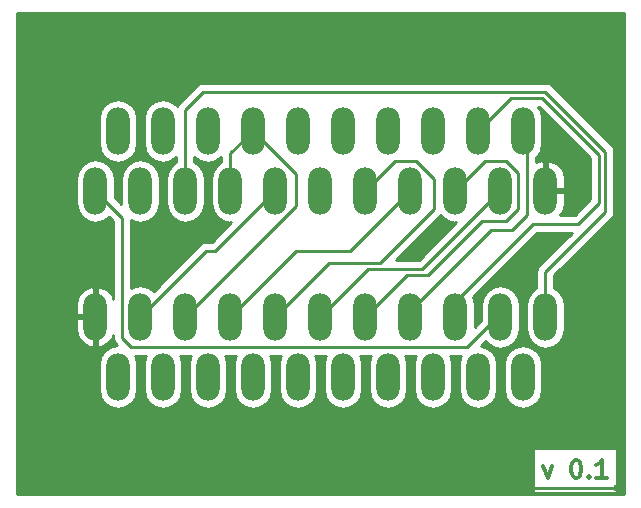
<source format=gtl>
G04 #@! TF.FileFunction,Copper,L1,Top,Signal*
%FSLAX46Y46*%
G04 Gerber Fmt 4.6, Leading zero omitted, Abs format (unit mm)*
G04 Created by KiCad (PCBNEW 4.0.7) date 07/22/18 01:51:21*
%MOMM*%
%LPD*%
G01*
G04 APERTURE LIST*
%ADD10C,0.100000*%
%ADD11C,0.300000*%
%ADD12O,2.000000X4.000000*%
%ADD13C,0.600000*%
%ADD14C,0.250000*%
%ADD15C,0.254000*%
G04 APERTURE END LIST*
D10*
D11*
X167211715Y-133536571D02*
X167568858Y-134536571D01*
X167926000Y-133536571D01*
X169926000Y-133036571D02*
X170068857Y-133036571D01*
X170211714Y-133108000D01*
X170283143Y-133179429D01*
X170354572Y-133322286D01*
X170426000Y-133608000D01*
X170426000Y-133965143D01*
X170354572Y-134250857D01*
X170283143Y-134393714D01*
X170211714Y-134465143D01*
X170068857Y-134536571D01*
X169926000Y-134536571D01*
X169783143Y-134465143D01*
X169711714Y-134393714D01*
X169640286Y-134250857D01*
X169568857Y-133965143D01*
X169568857Y-133608000D01*
X169640286Y-133322286D01*
X169711714Y-133179429D01*
X169783143Y-133108000D01*
X169926000Y-133036571D01*
X171068857Y-134393714D02*
X171140285Y-134465143D01*
X171068857Y-134536571D01*
X170997428Y-134465143D01*
X171068857Y-134393714D01*
X171068857Y-134536571D01*
X172568857Y-134536571D02*
X171711714Y-134536571D01*
X172140286Y-134536571D02*
X172140286Y-133036571D01*
X171997429Y-133250857D01*
X171854571Y-133393714D01*
X171711714Y-133465143D01*
D12*
X150241000Y-125984000D03*
X146431000Y-125984000D03*
X142621000Y-125984000D03*
X148336000Y-120904000D03*
X144526000Y-120904000D03*
X140716000Y-120904000D03*
X138811000Y-125984000D03*
X136906000Y-120904000D03*
X135001000Y-125984000D03*
X133096000Y-120904000D03*
X131191000Y-125984000D03*
X129286000Y-120904000D03*
X167386000Y-120904000D03*
X165481000Y-125984000D03*
X163576000Y-120904000D03*
X161671000Y-125984000D03*
X159766000Y-120904000D03*
X157861000Y-125984000D03*
X155956000Y-120904000D03*
X154051000Y-125984000D03*
X152146000Y-120904000D03*
X146431000Y-105156000D03*
X150241000Y-105156000D03*
X154051000Y-105156000D03*
X148336000Y-110236000D03*
X152146000Y-110236000D03*
X155956000Y-110236000D03*
X157861000Y-105156000D03*
X159766000Y-110236000D03*
X161671000Y-105156000D03*
X163576000Y-110236000D03*
X165481000Y-105156000D03*
X167386000Y-110236000D03*
X129286000Y-110236000D03*
X131191000Y-105156000D03*
X133096000Y-110236000D03*
X135001000Y-105156000D03*
X136906000Y-110236000D03*
X138811000Y-105156000D03*
X140716000Y-110236000D03*
X142621000Y-105156000D03*
X144526000Y-110236000D03*
D13*
X157480000Y-114300000D03*
X165354000Y-118110000D03*
X166878000Y-115062000D03*
X129286000Y-115570000D03*
X123190000Y-95758000D03*
X123190000Y-99568000D03*
X123190000Y-108712000D03*
X123190000Y-120650000D03*
X123190000Y-126746000D03*
X123190000Y-131826000D03*
X123190000Y-135382000D03*
X129286000Y-135382000D03*
X135636000Y-135382000D03*
X143764000Y-135382000D03*
X156972000Y-135382000D03*
X173482000Y-135382000D03*
X173736000Y-128270000D03*
X173736000Y-115316000D03*
X173736000Y-107442000D03*
X173482000Y-101346000D03*
X173482000Y-95758000D03*
X168910000Y-95758000D03*
X152908000Y-95758000D03*
X141478000Y-95758000D03*
X133096000Y-95758000D03*
X126492000Y-95758000D03*
D14*
X148336000Y-120904000D02*
X152400000Y-116840000D01*
X156972000Y-116840000D02*
X163576000Y-110236000D01*
X152400000Y-116840000D02*
X156972000Y-116840000D01*
X144526000Y-120904000D02*
X149098000Y-116332000D01*
X154686000Y-107696000D02*
X152146000Y-110236000D01*
X156464000Y-107696000D02*
X154686000Y-107696000D01*
X157988000Y-109220000D02*
X156464000Y-107696000D01*
X157988000Y-111760000D02*
X157988000Y-109220000D01*
X153416000Y-116332000D02*
X157988000Y-111760000D01*
X149098000Y-116332000D02*
X153416000Y-116332000D01*
X140716000Y-120904000D02*
X146304000Y-115316000D01*
X150876000Y-115316000D02*
X155956000Y-110236000D01*
X146304000Y-115316000D02*
X150876000Y-115316000D01*
X142621000Y-105156000D02*
X140716000Y-107061000D01*
X140716000Y-107061000D02*
X140716000Y-110236000D01*
X136906000Y-120904000D02*
X146304000Y-111506000D01*
X146304000Y-108839000D02*
X142621000Y-105156000D01*
X146304000Y-111506000D02*
X146304000Y-108839000D01*
X133096000Y-120904000D02*
X138684000Y-115316000D01*
X139446000Y-115316000D02*
X144526000Y-110236000D01*
X138684000Y-115316000D02*
X139446000Y-115316000D01*
X122936000Y-97790000D02*
X122936000Y-99314000D01*
X123190000Y-99568000D02*
X122936000Y-99314000D01*
X123190000Y-120650000D02*
X123190000Y-108712000D01*
X123190000Y-131826000D02*
X123190000Y-126746000D01*
X129286000Y-135382000D02*
X123190000Y-135382000D01*
X143764000Y-135382000D02*
X135636000Y-135382000D01*
X173482000Y-135382000D02*
X156972000Y-135382000D01*
X173736000Y-115316000D02*
X173736000Y-128270000D01*
X173736000Y-101600000D02*
X173736000Y-107442000D01*
X173482000Y-101346000D02*
X173736000Y-101600000D01*
X168910000Y-95758000D02*
X173482000Y-95758000D01*
X141478000Y-95758000D02*
X152908000Y-95758000D01*
X126492000Y-95758000D02*
X133096000Y-95758000D01*
X167386000Y-120904000D02*
X167386000Y-117094000D01*
X136906000Y-103378000D02*
X136906000Y-110236000D01*
X138430000Y-101854000D02*
X136906000Y-103378000D01*
X167386000Y-101854000D02*
X138430000Y-101854000D01*
X172466000Y-106934000D02*
X167386000Y-101854000D01*
X172466000Y-112014000D02*
X172466000Y-106934000D01*
X167386000Y-117094000D02*
X172466000Y-112014000D01*
X163576000Y-120904000D02*
X163322000Y-120904000D01*
X163322000Y-120904000D02*
X160782000Y-123444000D01*
X160782000Y-123444000D02*
X132334000Y-123444000D01*
X132334000Y-123444000D02*
X131572000Y-122682000D01*
X131572000Y-122682000D02*
X131572000Y-112522000D01*
X131572000Y-112522000D02*
X129286000Y-110236000D01*
X159766000Y-120904000D02*
X159766000Y-119634000D01*
X159766000Y-119634000D02*
X166370000Y-113030000D01*
X166370000Y-113030000D02*
X170180000Y-113030000D01*
X170180000Y-113030000D02*
X171958000Y-111252000D01*
X171958000Y-111252000D02*
X171958000Y-107188000D01*
X171958000Y-107188000D02*
X167132000Y-102362000D01*
X167132000Y-102362000D02*
X164465000Y-102362000D01*
X164465000Y-102362000D02*
X161671000Y-105156000D01*
X155956000Y-120904000D02*
X155956000Y-120396000D01*
X155956000Y-120396000D02*
X162814000Y-113538000D01*
X162814000Y-113538000D02*
X164592000Y-113538000D01*
X164592000Y-113538000D02*
X165862000Y-112268000D01*
X165862000Y-112268000D02*
X165862000Y-105537000D01*
X165862000Y-105537000D02*
X165481000Y-105156000D01*
X152146000Y-120904000D02*
X155702000Y-117348000D01*
X162306000Y-107696000D02*
X159766000Y-110236000D01*
X164084000Y-107696000D02*
X162306000Y-107696000D01*
X165100000Y-108712000D02*
X164084000Y-107696000D01*
X165100000Y-111760000D02*
X165100000Y-108712000D01*
X164084000Y-112776000D02*
X165100000Y-111760000D01*
X162052000Y-112776000D02*
X164084000Y-112776000D01*
X157480000Y-117348000D02*
X162052000Y-112776000D01*
X155702000Y-117348000D02*
X157480000Y-117348000D01*
D15*
G36*
X174042000Y-135942000D02*
X122630000Y-135942000D01*
X122630000Y-132023000D01*
X166362429Y-132023000D01*
X166362429Y-135843000D01*
X173489571Y-135843000D01*
X173489571Y-132023000D01*
X166362429Y-132023000D01*
X122630000Y-132023000D01*
X122630000Y-121031000D01*
X127651000Y-121031000D01*
X127651000Y-122031000D01*
X127824058Y-122647020D01*
X128219683Y-123149922D01*
X128777645Y-123463144D01*
X128905566Y-123494124D01*
X129159000Y-123374777D01*
X129159000Y-121031000D01*
X127651000Y-121031000D01*
X122630000Y-121031000D01*
X122630000Y-119777000D01*
X127651000Y-119777000D01*
X127651000Y-120777000D01*
X129159000Y-120777000D01*
X129159000Y-118433223D01*
X128905566Y-118313876D01*
X128777645Y-118344856D01*
X128219683Y-118658078D01*
X127824058Y-119160980D01*
X127651000Y-119777000D01*
X122630000Y-119777000D01*
X122630000Y-109184377D01*
X127651000Y-109184377D01*
X127651000Y-111287623D01*
X127775457Y-111913310D01*
X128129880Y-112443743D01*
X128660313Y-112798166D01*
X129286000Y-112922623D01*
X129911687Y-112798166D01*
X130428225Y-112453027D01*
X130812000Y-112836802D01*
X130812000Y-119389002D01*
X130747942Y-119160980D01*
X130352317Y-118658078D01*
X129794355Y-118344856D01*
X129666434Y-118313876D01*
X129413000Y-118433223D01*
X129413000Y-120777000D01*
X129433000Y-120777000D01*
X129433000Y-121031000D01*
X129413000Y-121031000D01*
X129413000Y-123374777D01*
X129666434Y-123494124D01*
X129794355Y-123463144D01*
X130352317Y-123149922D01*
X130747942Y-122647020D01*
X130812000Y-122418998D01*
X130812000Y-122682000D01*
X130869852Y-122972839D01*
X131034599Y-123219401D01*
X131125587Y-123310389D01*
X130565313Y-123421834D01*
X130034880Y-123776257D01*
X129680457Y-124306690D01*
X129556000Y-124932377D01*
X129556000Y-127035623D01*
X129680457Y-127661310D01*
X130034880Y-128191743D01*
X130565313Y-128546166D01*
X131191000Y-128670623D01*
X131816687Y-128546166D01*
X132347120Y-128191743D01*
X132701543Y-127661310D01*
X132826000Y-127035623D01*
X132826000Y-124932377D01*
X132701543Y-124306690D01*
X132632928Y-124204000D01*
X133559072Y-124204000D01*
X133490457Y-124306690D01*
X133366000Y-124932377D01*
X133366000Y-127035623D01*
X133490457Y-127661310D01*
X133844880Y-128191743D01*
X134375313Y-128546166D01*
X135001000Y-128670623D01*
X135626687Y-128546166D01*
X136157120Y-128191743D01*
X136511543Y-127661310D01*
X136636000Y-127035623D01*
X136636000Y-124932377D01*
X136511543Y-124306690D01*
X136442928Y-124204000D01*
X137369072Y-124204000D01*
X137300457Y-124306690D01*
X137176000Y-124932377D01*
X137176000Y-127035623D01*
X137300457Y-127661310D01*
X137654880Y-128191743D01*
X138185313Y-128546166D01*
X138811000Y-128670623D01*
X139436687Y-128546166D01*
X139967120Y-128191743D01*
X140321543Y-127661310D01*
X140446000Y-127035623D01*
X140446000Y-124932377D01*
X140321543Y-124306690D01*
X140252928Y-124204000D01*
X141179072Y-124204000D01*
X141110457Y-124306690D01*
X140986000Y-124932377D01*
X140986000Y-127035623D01*
X141110457Y-127661310D01*
X141464880Y-128191743D01*
X141995313Y-128546166D01*
X142621000Y-128670623D01*
X143246687Y-128546166D01*
X143777120Y-128191743D01*
X144131543Y-127661310D01*
X144256000Y-127035623D01*
X144256000Y-124932377D01*
X144131543Y-124306690D01*
X144062928Y-124204000D01*
X144989072Y-124204000D01*
X144920457Y-124306690D01*
X144796000Y-124932377D01*
X144796000Y-127035623D01*
X144920457Y-127661310D01*
X145274880Y-128191743D01*
X145805313Y-128546166D01*
X146431000Y-128670623D01*
X147056687Y-128546166D01*
X147587120Y-128191743D01*
X147941543Y-127661310D01*
X148066000Y-127035623D01*
X148066000Y-124932377D01*
X147941543Y-124306690D01*
X147872928Y-124204000D01*
X148799072Y-124204000D01*
X148730457Y-124306690D01*
X148606000Y-124932377D01*
X148606000Y-127035623D01*
X148730457Y-127661310D01*
X149084880Y-128191743D01*
X149615313Y-128546166D01*
X150241000Y-128670623D01*
X150866687Y-128546166D01*
X151397120Y-128191743D01*
X151751543Y-127661310D01*
X151876000Y-127035623D01*
X151876000Y-124932377D01*
X151751543Y-124306690D01*
X151682928Y-124204000D01*
X152609072Y-124204000D01*
X152540457Y-124306690D01*
X152416000Y-124932377D01*
X152416000Y-127035623D01*
X152540457Y-127661310D01*
X152894880Y-128191743D01*
X153425313Y-128546166D01*
X154051000Y-128670623D01*
X154676687Y-128546166D01*
X155207120Y-128191743D01*
X155561543Y-127661310D01*
X155686000Y-127035623D01*
X155686000Y-124932377D01*
X155561543Y-124306690D01*
X155492928Y-124204000D01*
X156419072Y-124204000D01*
X156350457Y-124306690D01*
X156226000Y-124932377D01*
X156226000Y-127035623D01*
X156350457Y-127661310D01*
X156704880Y-128191743D01*
X157235313Y-128546166D01*
X157861000Y-128670623D01*
X158486687Y-128546166D01*
X159017120Y-128191743D01*
X159371543Y-127661310D01*
X159496000Y-127035623D01*
X159496000Y-124932377D01*
X159371543Y-124306690D01*
X159302928Y-124204000D01*
X160229072Y-124204000D01*
X160160457Y-124306690D01*
X160036000Y-124932377D01*
X160036000Y-127035623D01*
X160160457Y-127661310D01*
X160514880Y-128191743D01*
X161045313Y-128546166D01*
X161671000Y-128670623D01*
X162296687Y-128546166D01*
X162827120Y-128191743D01*
X163181543Y-127661310D01*
X163306000Y-127035623D01*
X163306000Y-124932377D01*
X163846000Y-124932377D01*
X163846000Y-127035623D01*
X163970457Y-127661310D01*
X164324880Y-128191743D01*
X164855313Y-128546166D01*
X165481000Y-128670623D01*
X166106687Y-128546166D01*
X166637120Y-128191743D01*
X166991543Y-127661310D01*
X167116000Y-127035623D01*
X167116000Y-124932377D01*
X166991543Y-124306690D01*
X166637120Y-123776257D01*
X166106687Y-123421834D01*
X165481000Y-123297377D01*
X164855313Y-123421834D01*
X164324880Y-123776257D01*
X163970457Y-124306690D01*
X163846000Y-124932377D01*
X163306000Y-124932377D01*
X163181543Y-124306690D01*
X162827120Y-123776257D01*
X162296687Y-123421834D01*
X161948272Y-123352530D01*
X162327426Y-122973376D01*
X162419880Y-123111743D01*
X162950313Y-123466166D01*
X163576000Y-123590623D01*
X164201687Y-123466166D01*
X164732120Y-123111743D01*
X165086543Y-122581310D01*
X165211000Y-121955623D01*
X165211000Y-119852377D01*
X165086543Y-119226690D01*
X164732120Y-118696257D01*
X164201687Y-118341834D01*
X163576000Y-118217377D01*
X162950313Y-118341834D01*
X162419880Y-118696257D01*
X162065457Y-119226690D01*
X161941000Y-119852377D01*
X161941000Y-121210198D01*
X161401000Y-121750198D01*
X161401000Y-119852377D01*
X161276543Y-119226690D01*
X161265155Y-119209647D01*
X166684802Y-113790000D01*
X169615198Y-113790000D01*
X166848599Y-116556599D01*
X166683852Y-116803161D01*
X166626000Y-117094000D01*
X166626000Y-118431579D01*
X166229880Y-118696257D01*
X165875457Y-119226690D01*
X165751000Y-119852377D01*
X165751000Y-121955623D01*
X165875457Y-122581310D01*
X166229880Y-123111743D01*
X166760313Y-123466166D01*
X167386000Y-123590623D01*
X168011687Y-123466166D01*
X168542120Y-123111743D01*
X168896543Y-122581310D01*
X169021000Y-121955623D01*
X169021000Y-119852377D01*
X168896543Y-119226690D01*
X168542120Y-118696257D01*
X168146000Y-118431579D01*
X168146000Y-117408802D01*
X173003401Y-112551401D01*
X173168148Y-112304839D01*
X173226000Y-112014000D01*
X173226000Y-106934000D01*
X173168148Y-106643161D01*
X173003401Y-106396599D01*
X167923401Y-101316599D01*
X167676839Y-101151852D01*
X167386000Y-101094000D01*
X138430000Y-101094000D01*
X138187414Y-101142254D01*
X138139160Y-101151852D01*
X137892599Y-101316599D01*
X136368599Y-102840599D01*
X136226892Y-103052679D01*
X136157120Y-102948257D01*
X135626687Y-102593834D01*
X135001000Y-102469377D01*
X134375313Y-102593834D01*
X133844880Y-102948257D01*
X133490457Y-103478690D01*
X133366000Y-104104377D01*
X133366000Y-106207623D01*
X133490457Y-106833310D01*
X133844880Y-107363743D01*
X134375313Y-107718166D01*
X135001000Y-107842623D01*
X135626687Y-107718166D01*
X136146000Y-107371173D01*
X136146000Y-107763579D01*
X135749880Y-108028257D01*
X135395457Y-108558690D01*
X135271000Y-109184377D01*
X135271000Y-111287623D01*
X135395457Y-111913310D01*
X135749880Y-112443743D01*
X136280313Y-112798166D01*
X136906000Y-112922623D01*
X137531687Y-112798166D01*
X138062120Y-112443743D01*
X138416543Y-111913310D01*
X138541000Y-111287623D01*
X138541000Y-109184377D01*
X138416543Y-108558690D01*
X138062120Y-108028257D01*
X137666000Y-107763579D01*
X137666000Y-107371173D01*
X138185313Y-107718166D01*
X138811000Y-107842623D01*
X139436687Y-107718166D01*
X139956000Y-107371173D01*
X139956000Y-107763579D01*
X139559880Y-108028257D01*
X139205457Y-108558690D01*
X139081000Y-109184377D01*
X139081000Y-111287623D01*
X139205457Y-111913310D01*
X139559880Y-112443743D01*
X140090313Y-112798166D01*
X140716000Y-112922623D01*
X140776636Y-112910562D01*
X139131198Y-114556000D01*
X138684000Y-114556000D01*
X138393160Y-114613852D01*
X138146599Y-114778599D01*
X134238225Y-118686973D01*
X133721687Y-118341834D01*
X133096000Y-118217377D01*
X132470313Y-118341834D01*
X132332000Y-118434252D01*
X132332000Y-112705748D01*
X132470313Y-112798166D01*
X133096000Y-112922623D01*
X133721687Y-112798166D01*
X134252120Y-112443743D01*
X134606543Y-111913310D01*
X134731000Y-111287623D01*
X134731000Y-109184377D01*
X134606543Y-108558690D01*
X134252120Y-108028257D01*
X133721687Y-107673834D01*
X133096000Y-107549377D01*
X132470313Y-107673834D01*
X131939880Y-108028257D01*
X131585457Y-108558690D01*
X131461000Y-109184377D01*
X131461000Y-111287623D01*
X131473061Y-111348259D01*
X130921000Y-110796198D01*
X130921000Y-109184377D01*
X130796543Y-108558690D01*
X130442120Y-108028257D01*
X129911687Y-107673834D01*
X129286000Y-107549377D01*
X128660313Y-107673834D01*
X128129880Y-108028257D01*
X127775457Y-108558690D01*
X127651000Y-109184377D01*
X122630000Y-109184377D01*
X122630000Y-104104377D01*
X129556000Y-104104377D01*
X129556000Y-106207623D01*
X129680457Y-106833310D01*
X130034880Y-107363743D01*
X130565313Y-107718166D01*
X131191000Y-107842623D01*
X131816687Y-107718166D01*
X132347120Y-107363743D01*
X132701543Y-106833310D01*
X132826000Y-106207623D01*
X132826000Y-104104377D01*
X132701543Y-103478690D01*
X132347120Y-102948257D01*
X131816687Y-102593834D01*
X131191000Y-102469377D01*
X130565313Y-102593834D01*
X130034880Y-102948257D01*
X129680457Y-103478690D01*
X129556000Y-104104377D01*
X122630000Y-104104377D01*
X122630000Y-95198000D01*
X174042000Y-95198000D01*
X174042000Y-135942000D01*
X174042000Y-135942000D01*
G37*
X174042000Y-135942000D02*
X122630000Y-135942000D01*
X122630000Y-132023000D01*
X166362429Y-132023000D01*
X166362429Y-135843000D01*
X173489571Y-135843000D01*
X173489571Y-132023000D01*
X166362429Y-132023000D01*
X122630000Y-132023000D01*
X122630000Y-121031000D01*
X127651000Y-121031000D01*
X127651000Y-122031000D01*
X127824058Y-122647020D01*
X128219683Y-123149922D01*
X128777645Y-123463144D01*
X128905566Y-123494124D01*
X129159000Y-123374777D01*
X129159000Y-121031000D01*
X127651000Y-121031000D01*
X122630000Y-121031000D01*
X122630000Y-119777000D01*
X127651000Y-119777000D01*
X127651000Y-120777000D01*
X129159000Y-120777000D01*
X129159000Y-118433223D01*
X128905566Y-118313876D01*
X128777645Y-118344856D01*
X128219683Y-118658078D01*
X127824058Y-119160980D01*
X127651000Y-119777000D01*
X122630000Y-119777000D01*
X122630000Y-109184377D01*
X127651000Y-109184377D01*
X127651000Y-111287623D01*
X127775457Y-111913310D01*
X128129880Y-112443743D01*
X128660313Y-112798166D01*
X129286000Y-112922623D01*
X129911687Y-112798166D01*
X130428225Y-112453027D01*
X130812000Y-112836802D01*
X130812000Y-119389002D01*
X130747942Y-119160980D01*
X130352317Y-118658078D01*
X129794355Y-118344856D01*
X129666434Y-118313876D01*
X129413000Y-118433223D01*
X129413000Y-120777000D01*
X129433000Y-120777000D01*
X129433000Y-121031000D01*
X129413000Y-121031000D01*
X129413000Y-123374777D01*
X129666434Y-123494124D01*
X129794355Y-123463144D01*
X130352317Y-123149922D01*
X130747942Y-122647020D01*
X130812000Y-122418998D01*
X130812000Y-122682000D01*
X130869852Y-122972839D01*
X131034599Y-123219401D01*
X131125587Y-123310389D01*
X130565313Y-123421834D01*
X130034880Y-123776257D01*
X129680457Y-124306690D01*
X129556000Y-124932377D01*
X129556000Y-127035623D01*
X129680457Y-127661310D01*
X130034880Y-128191743D01*
X130565313Y-128546166D01*
X131191000Y-128670623D01*
X131816687Y-128546166D01*
X132347120Y-128191743D01*
X132701543Y-127661310D01*
X132826000Y-127035623D01*
X132826000Y-124932377D01*
X132701543Y-124306690D01*
X132632928Y-124204000D01*
X133559072Y-124204000D01*
X133490457Y-124306690D01*
X133366000Y-124932377D01*
X133366000Y-127035623D01*
X133490457Y-127661310D01*
X133844880Y-128191743D01*
X134375313Y-128546166D01*
X135001000Y-128670623D01*
X135626687Y-128546166D01*
X136157120Y-128191743D01*
X136511543Y-127661310D01*
X136636000Y-127035623D01*
X136636000Y-124932377D01*
X136511543Y-124306690D01*
X136442928Y-124204000D01*
X137369072Y-124204000D01*
X137300457Y-124306690D01*
X137176000Y-124932377D01*
X137176000Y-127035623D01*
X137300457Y-127661310D01*
X137654880Y-128191743D01*
X138185313Y-128546166D01*
X138811000Y-128670623D01*
X139436687Y-128546166D01*
X139967120Y-128191743D01*
X140321543Y-127661310D01*
X140446000Y-127035623D01*
X140446000Y-124932377D01*
X140321543Y-124306690D01*
X140252928Y-124204000D01*
X141179072Y-124204000D01*
X141110457Y-124306690D01*
X140986000Y-124932377D01*
X140986000Y-127035623D01*
X141110457Y-127661310D01*
X141464880Y-128191743D01*
X141995313Y-128546166D01*
X142621000Y-128670623D01*
X143246687Y-128546166D01*
X143777120Y-128191743D01*
X144131543Y-127661310D01*
X144256000Y-127035623D01*
X144256000Y-124932377D01*
X144131543Y-124306690D01*
X144062928Y-124204000D01*
X144989072Y-124204000D01*
X144920457Y-124306690D01*
X144796000Y-124932377D01*
X144796000Y-127035623D01*
X144920457Y-127661310D01*
X145274880Y-128191743D01*
X145805313Y-128546166D01*
X146431000Y-128670623D01*
X147056687Y-128546166D01*
X147587120Y-128191743D01*
X147941543Y-127661310D01*
X148066000Y-127035623D01*
X148066000Y-124932377D01*
X147941543Y-124306690D01*
X147872928Y-124204000D01*
X148799072Y-124204000D01*
X148730457Y-124306690D01*
X148606000Y-124932377D01*
X148606000Y-127035623D01*
X148730457Y-127661310D01*
X149084880Y-128191743D01*
X149615313Y-128546166D01*
X150241000Y-128670623D01*
X150866687Y-128546166D01*
X151397120Y-128191743D01*
X151751543Y-127661310D01*
X151876000Y-127035623D01*
X151876000Y-124932377D01*
X151751543Y-124306690D01*
X151682928Y-124204000D01*
X152609072Y-124204000D01*
X152540457Y-124306690D01*
X152416000Y-124932377D01*
X152416000Y-127035623D01*
X152540457Y-127661310D01*
X152894880Y-128191743D01*
X153425313Y-128546166D01*
X154051000Y-128670623D01*
X154676687Y-128546166D01*
X155207120Y-128191743D01*
X155561543Y-127661310D01*
X155686000Y-127035623D01*
X155686000Y-124932377D01*
X155561543Y-124306690D01*
X155492928Y-124204000D01*
X156419072Y-124204000D01*
X156350457Y-124306690D01*
X156226000Y-124932377D01*
X156226000Y-127035623D01*
X156350457Y-127661310D01*
X156704880Y-128191743D01*
X157235313Y-128546166D01*
X157861000Y-128670623D01*
X158486687Y-128546166D01*
X159017120Y-128191743D01*
X159371543Y-127661310D01*
X159496000Y-127035623D01*
X159496000Y-124932377D01*
X159371543Y-124306690D01*
X159302928Y-124204000D01*
X160229072Y-124204000D01*
X160160457Y-124306690D01*
X160036000Y-124932377D01*
X160036000Y-127035623D01*
X160160457Y-127661310D01*
X160514880Y-128191743D01*
X161045313Y-128546166D01*
X161671000Y-128670623D01*
X162296687Y-128546166D01*
X162827120Y-128191743D01*
X163181543Y-127661310D01*
X163306000Y-127035623D01*
X163306000Y-124932377D01*
X163846000Y-124932377D01*
X163846000Y-127035623D01*
X163970457Y-127661310D01*
X164324880Y-128191743D01*
X164855313Y-128546166D01*
X165481000Y-128670623D01*
X166106687Y-128546166D01*
X166637120Y-128191743D01*
X166991543Y-127661310D01*
X167116000Y-127035623D01*
X167116000Y-124932377D01*
X166991543Y-124306690D01*
X166637120Y-123776257D01*
X166106687Y-123421834D01*
X165481000Y-123297377D01*
X164855313Y-123421834D01*
X164324880Y-123776257D01*
X163970457Y-124306690D01*
X163846000Y-124932377D01*
X163306000Y-124932377D01*
X163181543Y-124306690D01*
X162827120Y-123776257D01*
X162296687Y-123421834D01*
X161948272Y-123352530D01*
X162327426Y-122973376D01*
X162419880Y-123111743D01*
X162950313Y-123466166D01*
X163576000Y-123590623D01*
X164201687Y-123466166D01*
X164732120Y-123111743D01*
X165086543Y-122581310D01*
X165211000Y-121955623D01*
X165211000Y-119852377D01*
X165086543Y-119226690D01*
X164732120Y-118696257D01*
X164201687Y-118341834D01*
X163576000Y-118217377D01*
X162950313Y-118341834D01*
X162419880Y-118696257D01*
X162065457Y-119226690D01*
X161941000Y-119852377D01*
X161941000Y-121210198D01*
X161401000Y-121750198D01*
X161401000Y-119852377D01*
X161276543Y-119226690D01*
X161265155Y-119209647D01*
X166684802Y-113790000D01*
X169615198Y-113790000D01*
X166848599Y-116556599D01*
X166683852Y-116803161D01*
X166626000Y-117094000D01*
X166626000Y-118431579D01*
X166229880Y-118696257D01*
X165875457Y-119226690D01*
X165751000Y-119852377D01*
X165751000Y-121955623D01*
X165875457Y-122581310D01*
X166229880Y-123111743D01*
X166760313Y-123466166D01*
X167386000Y-123590623D01*
X168011687Y-123466166D01*
X168542120Y-123111743D01*
X168896543Y-122581310D01*
X169021000Y-121955623D01*
X169021000Y-119852377D01*
X168896543Y-119226690D01*
X168542120Y-118696257D01*
X168146000Y-118431579D01*
X168146000Y-117408802D01*
X173003401Y-112551401D01*
X173168148Y-112304839D01*
X173226000Y-112014000D01*
X173226000Y-106934000D01*
X173168148Y-106643161D01*
X173003401Y-106396599D01*
X167923401Y-101316599D01*
X167676839Y-101151852D01*
X167386000Y-101094000D01*
X138430000Y-101094000D01*
X138187414Y-101142254D01*
X138139160Y-101151852D01*
X137892599Y-101316599D01*
X136368599Y-102840599D01*
X136226892Y-103052679D01*
X136157120Y-102948257D01*
X135626687Y-102593834D01*
X135001000Y-102469377D01*
X134375313Y-102593834D01*
X133844880Y-102948257D01*
X133490457Y-103478690D01*
X133366000Y-104104377D01*
X133366000Y-106207623D01*
X133490457Y-106833310D01*
X133844880Y-107363743D01*
X134375313Y-107718166D01*
X135001000Y-107842623D01*
X135626687Y-107718166D01*
X136146000Y-107371173D01*
X136146000Y-107763579D01*
X135749880Y-108028257D01*
X135395457Y-108558690D01*
X135271000Y-109184377D01*
X135271000Y-111287623D01*
X135395457Y-111913310D01*
X135749880Y-112443743D01*
X136280313Y-112798166D01*
X136906000Y-112922623D01*
X137531687Y-112798166D01*
X138062120Y-112443743D01*
X138416543Y-111913310D01*
X138541000Y-111287623D01*
X138541000Y-109184377D01*
X138416543Y-108558690D01*
X138062120Y-108028257D01*
X137666000Y-107763579D01*
X137666000Y-107371173D01*
X138185313Y-107718166D01*
X138811000Y-107842623D01*
X139436687Y-107718166D01*
X139956000Y-107371173D01*
X139956000Y-107763579D01*
X139559880Y-108028257D01*
X139205457Y-108558690D01*
X139081000Y-109184377D01*
X139081000Y-111287623D01*
X139205457Y-111913310D01*
X139559880Y-112443743D01*
X140090313Y-112798166D01*
X140716000Y-112922623D01*
X140776636Y-112910562D01*
X139131198Y-114556000D01*
X138684000Y-114556000D01*
X138393160Y-114613852D01*
X138146599Y-114778599D01*
X134238225Y-118686973D01*
X133721687Y-118341834D01*
X133096000Y-118217377D01*
X132470313Y-118341834D01*
X132332000Y-118434252D01*
X132332000Y-112705748D01*
X132470313Y-112798166D01*
X133096000Y-112922623D01*
X133721687Y-112798166D01*
X134252120Y-112443743D01*
X134606543Y-111913310D01*
X134731000Y-111287623D01*
X134731000Y-109184377D01*
X134606543Y-108558690D01*
X134252120Y-108028257D01*
X133721687Y-107673834D01*
X133096000Y-107549377D01*
X132470313Y-107673834D01*
X131939880Y-108028257D01*
X131585457Y-108558690D01*
X131461000Y-109184377D01*
X131461000Y-111287623D01*
X131473061Y-111348259D01*
X130921000Y-110796198D01*
X130921000Y-109184377D01*
X130796543Y-108558690D01*
X130442120Y-108028257D01*
X129911687Y-107673834D01*
X129286000Y-107549377D01*
X128660313Y-107673834D01*
X128129880Y-108028257D01*
X127775457Y-108558690D01*
X127651000Y-109184377D01*
X122630000Y-109184377D01*
X122630000Y-104104377D01*
X129556000Y-104104377D01*
X129556000Y-106207623D01*
X129680457Y-106833310D01*
X130034880Y-107363743D01*
X130565313Y-107718166D01*
X131191000Y-107842623D01*
X131816687Y-107718166D01*
X132347120Y-107363743D01*
X132701543Y-106833310D01*
X132826000Y-106207623D01*
X132826000Y-104104377D01*
X132701543Y-103478690D01*
X132347120Y-102948257D01*
X131816687Y-102593834D01*
X131191000Y-102469377D01*
X130565313Y-102593834D01*
X130034880Y-102948257D01*
X129680457Y-103478690D01*
X129556000Y-104104377D01*
X122630000Y-104104377D01*
X122630000Y-95198000D01*
X174042000Y-95198000D01*
X174042000Y-135942000D01*
G36*
X158609880Y-112443743D02*
X159140313Y-112798166D01*
X159766000Y-112922623D01*
X159826636Y-112910562D01*
X156657198Y-116080000D01*
X154742802Y-116080000D01*
X158517426Y-112305376D01*
X158609880Y-112443743D01*
X158609880Y-112443743D01*
G37*
X158609880Y-112443743D02*
X159140313Y-112798166D01*
X159766000Y-112922623D01*
X159826636Y-112910562D01*
X156657198Y-116080000D01*
X154742802Y-116080000D01*
X158517426Y-112305376D01*
X158609880Y-112443743D01*
G36*
X171198000Y-107502802D02*
X171198000Y-110937198D01*
X169865198Y-112270000D01*
X168619033Y-112270000D01*
X168847942Y-111979020D01*
X169021000Y-111363000D01*
X169021000Y-110363000D01*
X167513000Y-110363000D01*
X167513000Y-110383000D01*
X167259000Y-110383000D01*
X167259000Y-110363000D01*
X167239000Y-110363000D01*
X167239000Y-110109000D01*
X167259000Y-110109000D01*
X167259000Y-107765223D01*
X167513000Y-107765223D01*
X167513000Y-110109000D01*
X169021000Y-110109000D01*
X169021000Y-109109000D01*
X168847942Y-108492980D01*
X168452317Y-107990078D01*
X167894355Y-107676856D01*
X167766434Y-107645876D01*
X167513000Y-107765223D01*
X167259000Y-107765223D01*
X167005566Y-107645876D01*
X166877645Y-107676856D01*
X166622000Y-107820367D01*
X166622000Y-107373846D01*
X166637120Y-107363743D01*
X166991543Y-106833310D01*
X167116000Y-106207623D01*
X167116000Y-104104377D01*
X166991543Y-103478690D01*
X166753211Y-103122000D01*
X166817198Y-103122000D01*
X171198000Y-107502802D01*
X171198000Y-107502802D01*
G37*
X171198000Y-107502802D02*
X171198000Y-110937198D01*
X169865198Y-112270000D01*
X168619033Y-112270000D01*
X168847942Y-111979020D01*
X169021000Y-111363000D01*
X169021000Y-110363000D01*
X167513000Y-110363000D01*
X167513000Y-110383000D01*
X167259000Y-110383000D01*
X167259000Y-110363000D01*
X167239000Y-110363000D01*
X167239000Y-110109000D01*
X167259000Y-110109000D01*
X167259000Y-107765223D01*
X167513000Y-107765223D01*
X167513000Y-110109000D01*
X169021000Y-110109000D01*
X169021000Y-109109000D01*
X168847942Y-108492980D01*
X168452317Y-107990078D01*
X167894355Y-107676856D01*
X167766434Y-107645876D01*
X167513000Y-107765223D01*
X167259000Y-107765223D01*
X167005566Y-107645876D01*
X166877645Y-107676856D01*
X166622000Y-107820367D01*
X166622000Y-107373846D01*
X166637120Y-107363743D01*
X166991543Y-106833310D01*
X167116000Y-106207623D01*
X167116000Y-104104377D01*
X166991543Y-103478690D01*
X166753211Y-103122000D01*
X166817198Y-103122000D01*
X171198000Y-107502802D01*
M02*

</source>
